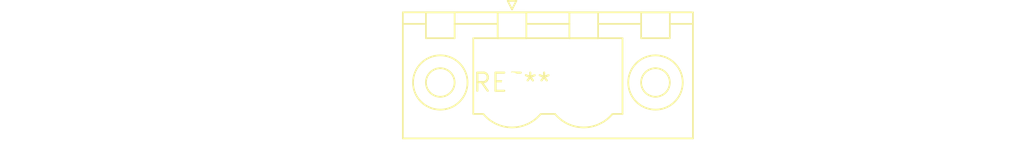
<source format=kicad_pcb>
(kicad_pcb (version 20240108) (generator pcbnew)
  (layers (0 "F.Cu" signal) (31 "B.Cu" signal) (34 "B.Paste" user) (35 "F.Paste" user) (36 "B.SilkS" user "B.Silkscreen") (37 "F.SilkS" user "F.Silkscreen") (38 "B.Mask" user) (39 "F.Mask" user) (44 "Edge.Cuts" user))
  (net 0 "")
  (footprint "PhoenixContact_MSTBV_2,5_2-GF_1x02_P5.00mm_Vertical_ThreadedFlange" (layer "F.Cu") (at 0 0)
    (property "Reference" "REF**")
    (property "Value" "PhoenixContact_MSTBV_2,5_2-GF_1x02_P5.00mm_Vertical_ThreadedFlange")
    (fp_line (start -7.61 -4.91) (end -7.61 3.91) (layer "F.SilkS") (stroke (width 0.12)))
    (fp_line (start -7.61 -4.1) (end -6.11 -4.1) (layer "F.SilkS") (stroke (width 0.12)))
    (fp_line (start -7.61 3.91) (end 12.61 3.91) (layer "F.SilkS") (stroke (width 0.12)))
    (fp_line (start -6 -4.91) (end -4 -4.91) (layer "F.SilkS") (stroke (width 0.12)))
    (fp_line (start -6 -3.1) (end -6 -4.91) (layer "F.SilkS") (stroke (width 0.12)))
    (fp_line (start -4 -4.91) (end -4 -3.1) (layer "F.SilkS") (stroke (width 0.12)))
    (fp_line (start -4 -4.1) (end -1 -4.1) (layer "F.SilkS") (stroke (width 0.12)))
    (fp_line (start -4 -3.1) (end -6 -3.1) (layer "F.SilkS") (stroke (width 0.12)))
    (fp_line (start -2.7 -3.1) (end 7.7 -3.1) (layer "F.SilkS") (stroke (width 0.12)))
    (fp_line (start -2.7 2.2) (end -2.7 -3.1) (layer "F.SilkS") (stroke (width 0.12)))
    (fp_line (start -2 2.2) (end -2.7 2.2) (layer "F.SilkS") (stroke (width 0.12)))
    (fp_line (start -1 -4.91) (end 1 -4.91) (layer "F.SilkS") (stroke (width 0.12)))
    (fp_line (start -1 -3.1) (end -1 -4.91) (layer "F.SilkS") (stroke (width 0.12)))
    (fp_line (start -0.3 -5.71) (end 0.3 -5.71) (layer "F.SilkS") (stroke (width 0.12)))
    (fp_line (start 0 -5.11) (end -0.3 -5.71) (layer "F.SilkS") (stroke (width 0.12)))
    (fp_line (start 0.3 -5.71) (end 0 -5.11) (layer "F.SilkS") (stroke (width 0.12)))
    (fp_line (start 1 -4.91) (end 1 -3.1) (layer "F.SilkS") (stroke (width 0.12)))
    (fp_line (start 1 -4.1) (end 4 -4.1) (layer "F.SilkS") (stroke (width 0.12)))
    (fp_line (start 1 -3.1) (end -1 -3.1) (layer "F.SilkS") (stroke (width 0.12)))
    (fp_line (start 2 2.2) (end 3 2.2) (layer "F.SilkS") (stroke (width 0.12)))
    (fp_line (start 4 -4.91) (end 6 -4.91) (layer "F.SilkS") (stroke (width 0.12)))
    (fp_line (start 4 -3.1) (end 4 -4.91) (layer "F.SilkS") (stroke (width 0.12)))
    (fp_line (start 6 -4.91) (end 6 -3.1) (layer "F.SilkS") (stroke (width 0.12)))
    (fp_line (start 6 -4.1) (end 9 -4.1) (layer "F.SilkS") (stroke (width 0.12)))
    (fp_line (start 6 -3.1) (end 4 -3.1) (layer "F.SilkS") (stroke (width 0.12)))
    (fp_line (start 7.7 -3.1) (end 7.7 2.2) (layer "F.SilkS") (stroke (width 0.12)))
    (fp_line (start 7.7 2.2) (end 7 2.2) (layer "F.SilkS") (stroke (width 0.12)))
    (fp_line (start 9 -4.91) (end 11 -4.91) (layer "F.SilkS") (stroke (width 0.12)))
    (fp_line (start 9 -3.1) (end 9 -4.91) (layer "F.SilkS") (stroke (width 0.12)))
    (fp_line (start 11 -4.91) (end 11 -3.1) (layer "F.SilkS") (stroke (width 0.12)))
    (fp_line (start 11 -3.1) (end 9 -3.1) (layer "F.SilkS") (stroke (width 0.12)))
    (fp_line (start 12.61 -4.91) (end -7.61 -4.91) (layer "F.SilkS") (stroke (width 0.12)))
    (fp_line (start 12.61 -4.1) (end 11.11 -4.1) (layer "F.SilkS") (stroke (width 0.12)))
    (fp_line (start 12.61 3.91) (end 12.61 -4.91) (layer "F.SilkS") (stroke (width 0.12)))
    (fp_arc (start 1.986842 2.215821) (mid -0.010289 3.142758) (end -2 2.2) (layer "F.SilkS") (stroke (width 0.12)))
    (fp_arc (start 6.986842 2.215821) (mid 4.989711 3.142758) (end 3 2.2) (layer "F.SilkS") (stroke (width 0.12)))
    (fp_circle (center -5 0) (end -4 0) (layer "F.SilkS") (stroke (width 0.12)) (fill none))
    (fp_circle (center -5 0) (end -3.1 0) (layer "F.SilkS") (stroke (width 0.12)) (fill none))
    (fp_circle (center 10 0) (end 11 0) (layer "F.SilkS") (stroke (width 0.12)) (fill none))
    (fp_circle (center 10 0) (end 11.9 0) (layer "F.SilkS") (stroke (width 0.12)) (fill none))
    (pad "1" thru_hole roundrect (at 0 0) (size 2 3.6) (drill 1.4) (layers *.Cu *.Mask) (remove_unused_layers) (roundrect_rratio 0.125))
    (pad "2" thru_hole oval (at 5 0) (size 2 3.6) (drill 1.4) (layers *.Cu *.Mask) (remove_unused_layers))
  )
)
</source>
